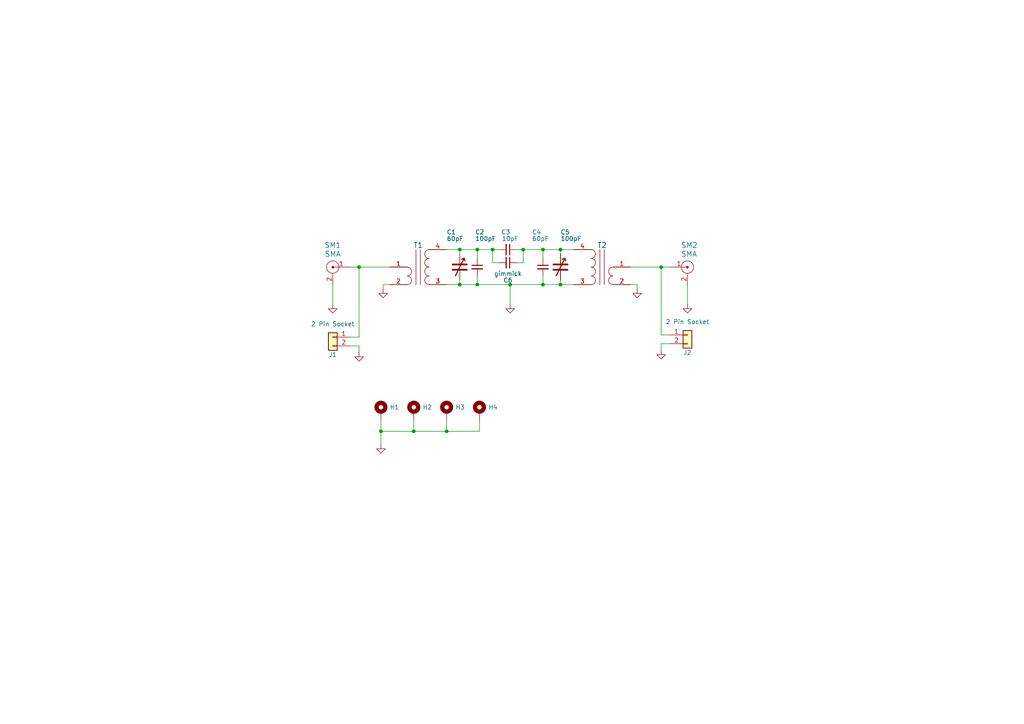
<source format=kicad_sch>
(kicad_sch (version 20211123) (generator eeschema)
  (paper "A4")
  (lib_symbols
    (symbol "Connector_Generic:Conn_01x02" (pin_names (offset 1.016) hide)
      (property "Reference" "J" (at 0 2.54 0))
      (property "Value" "Conn_01x02" (at 0 -5.08 0))
      (symbol "Conn_01x02_1_1"
        (rectangle (start -1.27 -2.413) (end 0 -2.667) (stroke (width 0.1524)))
        (rectangle (start -1.27 0.127) (end 0 -0.127) (stroke (width 0.1524)))
        (rectangle (start -1.27 1.27) (end 1.27 -3.81) (stroke (width 0.254)) (fill (type background)))
        (pin passive line (at -5.08 0 0) (length 3.81) (name "Pin_1") (number "1"))
        (pin passive line (at -5.08 -2.54 0) (length 3.81) (name "Pin_2") (number "2"))
      )
    )
    (symbol "Device:C_Small" (pin_numbers hide) (pin_names (offset 0.254) hide)
      (property "Reference" "C" (at 0.254 1.778 0))
      (property "Value" "C_Small" (at 0.254 -2.032 0))
      (symbol "C_Small_0_1"
        (polyline (pts (xy -1.524 -0.508) (xy 1.524 -0.508)) (stroke (width 0.3302)))
        (polyline (pts (xy -1.524 0.508) (xy 1.524 0.508)) (stroke (width 0.3048)))
      )
      (symbol "C_Small_1_1"
        (pin passive line (at 0 2.54 270) (length 2.032) (name "~") (number "1"))
        (pin passive line (at 0 -2.54 90) (length 2.032) (name "~") (number "2"))
      )
    )
    (symbol "Device:C_Variable" (pin_numbers hide) (pin_names (offset 0.254) hide)
      (property "Reference" "C" (at 0.635 -1.905 0))
      (property "Value" "C_Variable" (at 0.635 -3.81 0))
      (symbol "C_Variable_0_1"
        (polyline (pts (xy -2.032 -0.762) (xy 2.032 -0.762)) (stroke (width 0.508)))
        (polyline (pts (xy -2.032 0.762) (xy 2.032 0.762)) (stroke (width 0.508)))
        (polyline (pts (xy 1.27 2.54) (xy -1.27 -2.54)) (stroke (width 0.3048)))
        (polyline (pts (xy 1.27 2.54) (xy 0.508 2.286)) (stroke (width 0.3048)))
        (polyline (pts (xy 1.27 2.54) (xy 1.524 1.778)) (stroke (width 0.3048)))
      )
      (symbol "C_Variable_1_1"
        (pin passive line (at 0 3.81 270) (length 3.048) (name "~") (number "1"))
        (pin passive line (at 0 -3.81 90) (length 3.048) (name "~") (number "2"))
      )
    )
    (symbol "Mechanical:MountingHole_Pad" (pin_numbers hide) (pin_names (offset 1.016) hide)
      (property "Reference" "H" (at 0 6.35 0))
      (property "Value" "MountingHole_Pad" (at 0 4.445 0))
      (symbol "MountingHole_Pad_0_1"
        (circle (center 0 1.27) (radius 1.27) (stroke (width 1.27)))
      )
      (symbol "MountingHole_Pad_1_1"
        (pin input line (at 0 -2.54 90) (length 2.54) (name "1") (number "1"))
      )
    )
    (symbol "RadioBuilder-Sym-V1.00:SMA" (pin_names (offset 1.016))
      (property "Reference" "SM" (at 0 8.89 0))
      (property "Value" "SMA" (at 0 -8.89 0))
      (symbol "SMA_0_0"
        (circle (center 0 -0.0254) (radius 0.2794))
        (circle (center 0 0) (radius 1.8034))
        (circle (center 0.0254 -0.1778) (radius 0.1524))
        (circle (center 0.0254 -0.127) (radius 0.1016))
        (circle (center 0.0254 -0.0508) (radius 0.1778))
        (circle (center 0.0508 -0.2032) (radius 0.1016))
      )
      (symbol "SMA_1_1"
        (pin input line (at 5.08 0 180) (length 5.2578) (name "~") (number "1"))
        (pin input line (at 0 -5.08 90) (length 3.0988) (name "~") (number "2"))
      )
    )
    (symbol "RadioBuilder-Sym-V1.00:TransLo2HiImpedance" (pin_names (offset 1.016))
      (property "Reference" "T" (at 0 7.62 0))
      (property "Value" "TransLo2HiImpedance" (at 0 -10.16 0))
      (symbol "TransLo2HiImpedance_0_1"
        (arc (start -1.27 -5.08) (mid 0 -3.81) (end -1.27 -2.54))
        (arc (start -1.27 -2.54) (mid 0 -1.27) (end -1.27 0))
        (polyline (pts (xy 1.27 -5.08) (xy 1.27 5.08)))
        (polyline (pts (xy 2.54 5.08) (xy 2.54 -5.08)))
        (arc (start 5.08 -2.54) (mid 3.81 -3.81) (end 5.08 -5.08))
        (arc (start 5.08 0) (mid 3.81 -1.27) (end 5.08 -2.54))
        (arc (start 5.08 2.54) (mid 3.81 1.27) (end 5.08 0))
        (arc (start 5.08 5.08) (mid 3.81 3.81) (end 5.08 2.54))
      )
      (symbol "TransLo2HiImpedance_1_1"
        (pin input line (at -6.35 0 0) (length 5.08) (name "~") (number "1"))
        (pin input line (at -6.35 -5.08 0) (length 5.08) (name "~") (number "2"))
        (pin input line (at 10.16 -5.08 180) (length 5.08) (name "~") (number "3"))
        (pin input line (at 10.16 5.08 180) (length 5.08) (name "~") (number "4"))
      )
    )
    (symbol "power:GND" (power) (pin_names (offset 0))
      (property "Value" "GND" (at 0 -3.81 0))
      (symbol "GND_0_1"
        (polyline (pts (xy 0 0) (xy 0 -1.27) (xy 1.27 -1.27) (xy 0 -2.54) (xy -1.27 -1.27) (xy 0 -1.27)))
      )
      (symbol "GND_1_1"
        (pin power_in line (at 0 0 270) (length 0) hide (name "GND") (number "1"))
      )
    )
  )
  (junction (at 138.43 82.55))
  (junction (at 151.765 72.39))
  (junction (at 147.955 82.55))
  (junction (at 162.56 82.55))
  (junction (at 157.48 72.39))
  (junction (at 138.43 72.39))
  (junction (at 133.35 82.55))
  (junction (at 133.35 72.39))
  (junction (at 110.49 125.095))
  (junction (at 129.54 125.095))
  (junction (at 142.875 72.39))
  (junction (at 104.14 77.47))
  (junction (at 120.015 125.095))
  (junction (at 162.56 72.39))
  (junction (at 157.48 82.55))
  (junction (at 191.77 77.47))
  (wire (pts (xy 162.56 82.55) (xy 166.37 82.55)))
  (wire (pts (xy 149.86 72.39) (xy 151.765 72.39)))
  (wire (pts (xy 138.43 72.39) (xy 142.875 72.39)))
  (wire (pts (xy 142.875 72.39) (xy 144.78 72.39)))
  (wire (pts (xy 184.785 82.55) (xy 184.785 83.82)))
  (wire (pts (xy 138.43 82.55) (xy 147.955 82.55)))
  (wire (pts (xy 110.49 125.095) (xy 110.49 128.905)))
  (wire (pts (xy 133.35 72.39) (xy 133.35 73.66)))
  (wire (pts (xy 157.48 72.39) (xy 157.48 74.93)))
  (wire (pts (xy 151.765 76.2) (xy 151.765 72.39)))
  (wire (pts (xy 120.015 125.095) (xy 129.54 125.095)))
  (wire (pts (xy 157.48 80.01) (xy 157.48 82.55)))
  (wire (pts (xy 133.35 72.39) (xy 138.43 72.39)))
  (wire (pts (xy 157.48 82.55) (xy 162.56 82.55)))
  (wire (pts (xy 191.77 77.47) (xy 194.31 77.47)))
  (wire (pts (xy 133.35 81.28) (xy 133.35 82.55)))
  (wire (pts (xy 129.54 121.92) (xy 129.54 125.095)))
  (wire (pts (xy 104.14 77.47) (xy 104.14 97.79)))
  (wire (pts (xy 191.77 99.695) (xy 191.77 101.6)))
  (wire (pts (xy 104.14 77.47) (xy 113.03 77.47)))
  (wire (pts (xy 138.43 72.39) (xy 138.43 74.93)))
  (wire (pts (xy 194.31 97.155) (xy 191.77 97.155)))
  (wire (pts (xy 157.48 72.39) (xy 162.56 72.39)))
  (wire (pts (xy 110.49 125.095) (xy 120.015 125.095)))
  (wire (pts (xy 182.88 77.47) (xy 191.77 77.47)))
  (wire (pts (xy 111.125 83.82) (xy 111.125 82.55)))
  (wire (pts (xy 199.39 82.55) (xy 199.39 88.265)))
  (wire (pts (xy 147.955 82.55) (xy 157.48 82.55)))
  (wire (pts (xy 129.54 82.55) (xy 133.35 82.55)))
  (wire (pts (xy 162.56 81.28) (xy 162.56 82.55)))
  (wire (pts (xy 111.125 82.55) (xy 113.03 82.55)))
  (wire (pts (xy 110.49 121.92) (xy 110.49 125.095)))
  (wire (pts (xy 142.875 76.2) (xy 142.875 72.39)))
  (wire (pts (xy 151.765 72.39) (xy 157.48 72.39)))
  (wire (pts (xy 138.43 80.01) (xy 138.43 82.55)))
  (wire (pts (xy 149.86 76.2) (xy 151.765 76.2)))
  (wire (pts (xy 139.065 125.095) (xy 139.065 121.92)))
  (wire (pts (xy 101.6 100.33) (xy 104.14 100.33)))
  (wire (pts (xy 191.77 77.47) (xy 191.77 97.155)))
  (wire (pts (xy 129.54 72.39) (xy 133.35 72.39)))
  (wire (pts (xy 133.35 82.55) (xy 138.43 82.55)))
  (wire (pts (xy 144.78 76.2) (xy 142.875 76.2)))
  (wire (pts (xy 162.56 72.39) (xy 162.56 73.66)))
  (wire (pts (xy 104.14 100.33) (xy 104.14 102.235)))
  (wire (pts (xy 101.6 97.79) (xy 104.14 97.79)))
  (wire (pts (xy 101.6 77.47) (xy 104.14 77.47)))
  (wire (pts (xy 129.54 125.095) (xy 139.065 125.095)))
  (wire (pts (xy 147.955 82.55) (xy 147.955 88.265)))
  (wire (pts (xy 96.52 82.55) (xy 96.52 88.265)))
  (wire (pts (xy 120.015 121.92) (xy 120.015 125.095)))
  (wire (pts (xy 182.88 82.55) (xy 184.785 82.55)))
  (wire (pts (xy 194.31 99.695) (xy 191.77 99.695)))
  (wire (pts (xy 162.56 72.39) (xy 166.37 72.39)))
  (symbol (lib_id "Mechanical:MountingHole_Pad") (at 120.015 119.38 0) (unit 1)
    (property "Reference" "H2" (at 122.555 118.1099 0) (effects (justify left)))
    (property "Value" "MountingHole_Pad" (effects hide))
    (property "Footprint" "TestPoint:TestPoint_Plated_Hole_D3.0mm" (effects hide))
  )
  (symbol (lib_id "Device:C_Small") (at 147.32 76.2 270) (unit 1)
    (property "Reference" "C6" (at 147.32 81.28 90))
    (property "Value" "gimmick" (at 147.32 79.375 90))
    (property "Footprint" "Capacitor_SMD:C_1206_3216Metric_Pad1.33x1.80mm_HandSolder" (effects hide))
  )
  (symbol (lib_id "power:GND") (at 191.77 101.6 0) (mirror y) (unit 1)
    (property "Reference" "#PWR02" (effects hide))
    (property "Value" "GND" (effects hide))
  )
  (symbol (lib_id "power:GND") (at 147.955 88.265 0) (unit 1)
    (property "Reference" "#PWR07" (effects hide))
    (property "Value" "GND" (effects hide))
  )
  (symbol (lib_id "power:GND") (at 104.14 102.235 0) (unit 1)
    (property "Reference" "#PWR01" (effects hide))
    (property "Value" "GND" (effects hide))
  )
  (symbol (lib_id "Device:C_Small") (at 147.32 72.39 270) (unit 1)
    (property "Reference" "C3" (at 146.685 67.31 90))
    (property "Value" "10pF" (at 147.955 69.215 90))
    (property "Footprint" "Capacitor_SMD:C_1206_3216Metric_Pad1.33x1.80mm_HandSolder" (effects hide))
  )
  (symbol (lib_id "Device:C_Variable") (at 133.35 77.47 0) (unit 1)
    (property "Reference" "C1" (at 129.54 67.31 0) (effects (justify left)))
    (property "Value" "60pF" (at 129.54 69.215 0) (effects (justify left)))
    (property "Footprint" "rblib_v1.1:Trimmer6mm" (effects hide))
  )
  (symbol (lib_id "power:GND") (at 111.125 83.82 0) (unit 1)
    (property "Reference" "#PWR06" (effects hide))
    (property "Value" "GND" (effects hide))
  )
  (symbol (lib_id "power:GND") (at 184.785 83.82 0) (unit 1)
    (property "Reference" "#PWR08" (effects hide))
    (property "Value" "GND" (effects hide))
  )
  (symbol (lib_id "RadioBuilder-Sym-V1.00:SMA") (at 199.39 77.47 0) (mirror y) (unit 1)
    (property "Reference" "SM2" (at 197.485 71.12 0) (effects (font (size 1.524 1.524)) (justify right)))
    (property "Value" "SMA" (at 197.485 73.66 0) (effects (font (size 1.524 1.524)) (justify right)))
    (property "Footprint" "rblib_v1.1:SMA" (effects hide))
  )
  (symbol (lib_id "Connector_Generic:Conn_01x02") (at 96.52 97.79 0) (mirror y) (unit 1)
    (property "Reference" "J1" (at 96.52 102.87 0))
    (property "Value" "2 Pin Socket" (at 96.52 93.98 0))
    (property "Footprint" "Connector_PinHeader_2.54mm:PinHeader_1x02_P2.54mm_Vertical" (effects hide))
  )
  (symbol (lib_id "Mechanical:MountingHole_Pad") (at 139.065 119.38 0) (unit 1)
    (property "Reference" "H4" (at 141.605 118.1099 0) (effects (justify left)))
    (property "Value" "MountingHole_Pad" (effects hide))
    (property "Footprint" "TestPoint:TestPoint_Plated_Hole_D3.0mm" (effects hide))
  )
  (symbol (lib_id "power:GND") (at 96.52 88.265 0) (unit 1)
    (property "Reference" "#PWR05" (effects hide))
    (property "Value" "GND" (effects hide))
  )
  (symbol (lib_id "power:GND") (at 199.39 88.265 0) (unit 1)
    (property "Reference" "#PWR09" (effects hide))
    (property "Value" "GND" (effects hide))
  )
  (symbol (lib_id "Device:C_Small") (at 157.48 77.47 0) (unit 1)
    (property "Reference" "C4" (at 154.305 67.31 0) (effects (justify left)))
    (property "Value" "60pF" (at 154.305 69.215 0) (effects (justify left)))
    (property "Footprint" "Capacitor_SMD:C_1206_3216Metric_Pad1.33x1.80mm_HandSolder" (effects hide))
  )
  (symbol (lib_id "RadioBuilder-Sym-V1.00:TransLo2HiImpedance") (at 176.53 77.47 0) (mirror y) (unit 1)
    (property "Reference" "T2" (at 174.625 71.12 0) (effects (font (size 1.524 1.524))))
    (property "Value" "TransLo2HiImpedance" (effects hide))
    (property "Footprint" "rblib_v1.1:RF-Transformer-50" (effects hide))
  )
  (symbol (lib_id "Mechanical:MountingHole_Pad") (at 110.49 119.38 0) (unit 1)
    (property "Reference" "H1" (at 113.03 118.1099 0) (effects (justify left)))
    (property "Value" "MountingHole_Pad" (effects hide))
    (property "Footprint" "TestPoint:TestPoint_Plated_Hole_D3.0mm" (effects hide))
  )
  (symbol (lib_id "RadioBuilder-Sym-V1.00:TransLo2HiImpedance") (at 119.38 77.47 0) (unit 1)
    (property "Reference" "T1" (at 121.285 71.12 0) (effects (font (size 1.524 1.524))))
    (property "Value" "TransLo2HiImpedance" (effects hide))
    (property "Footprint" "rblib_v1.1:RF-Transformer-50" (effects hide))
  )
  (symbol (lib_id "power:GND") (at 110.49 128.905 0) (mirror y) (unit 1)
    (property "Reference" "#PWR0101" (effects hide))
    (property "Value" "GND" (effects hide))
  )
  (symbol (lib_id "Device:C_Variable") (at 162.56 77.47 0) (unit 1)
    (property "Reference" "C5" (at 162.56 67.31 0) (effects (justify left)))
    (property "Value" "100pF" (at 162.56 69.215 0) (effects (justify left)))
    (property "Footprint" "rblib_v1.1:Trimmer6mm" (effects hide))
  )
  (symbol (lib_id "Connector_Generic:Conn_01x02") (at 199.39 97.155 0) (unit 1)
    (property "Reference" "J2" (at 199.39 102.235 0))
    (property "Value" "2 Pin Socket" (at 199.39 93.345 0))
    (property "Footprint" "Connector_PinHeader_2.54mm:PinHeader_1x02_P2.54mm_Vertical" (effects hide))
  )
  (symbol (lib_id "Mechanical:MountingHole_Pad") (at 129.54 119.38 0) (unit 1)
    (property "Reference" "H3" (at 132.08 118.1099 0) (effects (justify left)))
    (property "Value" "MountingHole_Pad" (effects hide))
    (property "Footprint" "TestPoint:TestPoint_Plated_Hole_D3.0mm" (effects hide))
  )
  (symbol (lib_id "Device:C_Small") (at 138.43 77.47 0) (unit 1)
    (property "Reference" "C2" (at 137.795 67.31 0) (effects (justify left)))
    (property "Value" "100pF" (at 137.795 69.215 0) (effects (justify left)))
    (property "Footprint" "Capacitor_SMD:C_1206_3216Metric_Pad1.33x1.80mm_HandSolder" (effects hide))
  )
  (symbol (lib_id "RadioBuilder-Sym-V1.00:SMA") (at 96.52 77.47 0) (unit 1)
    (property "Reference" "SM1" (at 96.52 71.12 0) (effects (font (size 1.524 1.524))))
    (property "Value" "SMA" (at 96.52 73.66 0) (effects (font (size 1.524 1.524))))
    (property "Footprint" "rblib_v1.1:SMA" (effects hide))
  )
)
</source>
